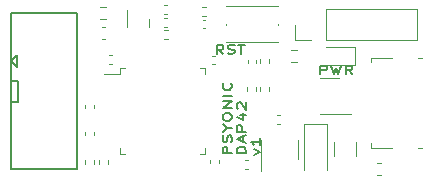
<source format=gbr>
%TF.GenerationSoftware,KiCad,Pcbnew,(6.0.5)*%
%TF.CreationDate,2022-05-16T17:27:05-05:00*%
%TF.ProjectId,dap42,64617034-322e-46b6-9963-61645f706362,rev?*%
%TF.SameCoordinates,Original*%
%TF.FileFunction,Legend,Top*%
%TF.FilePolarity,Positive*%
%FSLAX46Y46*%
G04 Gerber Fmt 4.6, Leading zero omitted, Abs format (unit mm)*
G04 Created by KiCad (PCBNEW (6.0.5)) date 2022-05-16 17:27:05*
%MOMM*%
%LPD*%
G01*
G04 APERTURE LIST*
%ADD10C,0.150000*%
%ADD11C,0.120000*%
%ADD12C,0.100000*%
G04 APERTURE END LIST*
D10*
X176386666Y-93599285D02*
X176386666Y-92849285D01*
X176767619Y-92849285D01*
X176862857Y-92885000D01*
X176910476Y-92920714D01*
X176958095Y-92992142D01*
X176958095Y-93099285D01*
X176910476Y-93170714D01*
X176862857Y-93206428D01*
X176767619Y-93242142D01*
X176386666Y-93242142D01*
X177291428Y-92849285D02*
X177529523Y-93599285D01*
X177720000Y-93063571D01*
X177910476Y-93599285D01*
X178148571Y-92849285D01*
X179100952Y-93599285D02*
X178767619Y-93242142D01*
X178529523Y-93599285D02*
X178529523Y-92849285D01*
X178910476Y-92849285D01*
X179005714Y-92885000D01*
X179053333Y-92920714D01*
X179100952Y-92992142D01*
X179100952Y-93099285D01*
X179053333Y-93170714D01*
X179005714Y-93206428D01*
X178910476Y-93242142D01*
X178529523Y-93242142D01*
X168871785Y-100294404D02*
X168121785Y-100294404D01*
X168121785Y-99913452D01*
X168157500Y-99818214D01*
X168193214Y-99770595D01*
X168264642Y-99722976D01*
X168371785Y-99722976D01*
X168443214Y-99770595D01*
X168478928Y-99818214D01*
X168514642Y-99913452D01*
X168514642Y-100294404D01*
X168836071Y-99342023D02*
X168871785Y-99199166D01*
X168871785Y-98961071D01*
X168836071Y-98865833D01*
X168800357Y-98818214D01*
X168728928Y-98770595D01*
X168657500Y-98770595D01*
X168586071Y-98818214D01*
X168550357Y-98865833D01*
X168514642Y-98961071D01*
X168478928Y-99151547D01*
X168443214Y-99246785D01*
X168407500Y-99294404D01*
X168336071Y-99342023D01*
X168264642Y-99342023D01*
X168193214Y-99294404D01*
X168157500Y-99246785D01*
X168121785Y-99151547D01*
X168121785Y-98913452D01*
X168157500Y-98770595D01*
X168514642Y-98151547D02*
X168871785Y-98151547D01*
X168121785Y-98484880D02*
X168514642Y-98151547D01*
X168121785Y-97818214D01*
X168121785Y-97294404D02*
X168121785Y-97103928D01*
X168157500Y-97008690D01*
X168228928Y-96913452D01*
X168371785Y-96865833D01*
X168621785Y-96865833D01*
X168764642Y-96913452D01*
X168836071Y-97008690D01*
X168871785Y-97103928D01*
X168871785Y-97294404D01*
X168836071Y-97389642D01*
X168764642Y-97484880D01*
X168621785Y-97532500D01*
X168371785Y-97532500D01*
X168228928Y-97484880D01*
X168157500Y-97389642D01*
X168121785Y-97294404D01*
X168871785Y-96437261D02*
X168121785Y-96437261D01*
X168871785Y-95865833D01*
X168121785Y-95865833D01*
X168871785Y-95389642D02*
X168121785Y-95389642D01*
X168800357Y-94342023D02*
X168836071Y-94389642D01*
X168871785Y-94532500D01*
X168871785Y-94627738D01*
X168836071Y-94770595D01*
X168764642Y-94865833D01*
X168693214Y-94913452D01*
X168550357Y-94961071D01*
X168443214Y-94961071D01*
X168300357Y-94913452D01*
X168228928Y-94865833D01*
X168157500Y-94770595D01*
X168121785Y-94627738D01*
X168121785Y-94532500D01*
X168157500Y-94389642D01*
X168193214Y-94342023D01*
X170079285Y-100294404D02*
X169329285Y-100294404D01*
X169329285Y-100056309D01*
X169365000Y-99913452D01*
X169436428Y-99818214D01*
X169507857Y-99770595D01*
X169650714Y-99722976D01*
X169757857Y-99722976D01*
X169900714Y-99770595D01*
X169972142Y-99818214D01*
X170043571Y-99913452D01*
X170079285Y-100056309D01*
X170079285Y-100294404D01*
X169865000Y-99342023D02*
X169865000Y-98865833D01*
X170079285Y-99437261D02*
X169329285Y-99103928D01*
X170079285Y-98770595D01*
X170079285Y-98437261D02*
X169329285Y-98437261D01*
X169329285Y-98056309D01*
X169365000Y-97961071D01*
X169400714Y-97913452D01*
X169472142Y-97865833D01*
X169579285Y-97865833D01*
X169650714Y-97913452D01*
X169686428Y-97961071D01*
X169722142Y-98056309D01*
X169722142Y-98437261D01*
X169579285Y-97008690D02*
X170079285Y-97008690D01*
X169293571Y-97246785D02*
X169829285Y-97484880D01*
X169829285Y-96865833D01*
X169400714Y-96532500D02*
X169365000Y-96484880D01*
X169329285Y-96389642D01*
X169329285Y-96151547D01*
X169365000Y-96056309D01*
X169400714Y-96008690D01*
X169472142Y-95961071D01*
X169543571Y-95961071D01*
X169650714Y-96008690D01*
X170079285Y-96580119D01*
X170079285Y-95961071D01*
X170786785Y-100389642D02*
X171286785Y-100151547D01*
X170786785Y-99913452D01*
X171286785Y-99008690D02*
X171286785Y-99580119D01*
X171286785Y-99294404D02*
X170536785Y-99294404D01*
X170643928Y-99389642D01*
X170715357Y-99484880D01*
X170751071Y-99580119D01*
X168162380Y-91859285D02*
X167829047Y-91502142D01*
X167590952Y-91859285D02*
X167590952Y-91109285D01*
X167971904Y-91109285D01*
X168067142Y-91145000D01*
X168114761Y-91180714D01*
X168162380Y-91252142D01*
X168162380Y-91359285D01*
X168114761Y-91430714D01*
X168067142Y-91466428D01*
X167971904Y-91502142D01*
X167590952Y-91502142D01*
X168543333Y-91823571D02*
X168686190Y-91859285D01*
X168924285Y-91859285D01*
X169019523Y-91823571D01*
X169067142Y-91787857D01*
X169114761Y-91716428D01*
X169114761Y-91645000D01*
X169067142Y-91573571D01*
X169019523Y-91537857D01*
X168924285Y-91502142D01*
X168733809Y-91466428D01*
X168638571Y-91430714D01*
X168590952Y-91395000D01*
X168543333Y-91323571D01*
X168543333Y-91252142D01*
X168590952Y-91180714D01*
X168638571Y-91145000D01*
X168733809Y-91109285D01*
X168971904Y-91109285D01*
X169114761Y-91145000D01*
X169400476Y-91109285D02*
X169971904Y-91109285D01*
X169686190Y-91859285D02*
X169686190Y-91109285D01*
D11*
%TO.C,J1*%
X180640000Y-92210000D02*
X180640000Y-92590000D01*
X184690000Y-92210000D02*
X184950000Y-92210000D01*
X180640000Y-92210000D02*
X182410000Y-92210000D01*
X180640000Y-99830000D02*
X180640000Y-99450000D01*
X184950000Y-99830000D02*
X184690000Y-99830000D01*
X182410000Y-99830000D02*
X180640000Y-99830000D01*
%TO.C,C2*%
X181213733Y-102120000D02*
X181506267Y-102120000D01*
X181213733Y-101100000D02*
X181506267Y-101100000D01*
%TO.C,U1*%
X177180000Y-96990000D02*
X178980000Y-96990000D01*
X177180000Y-96990000D02*
X176380000Y-96990000D01*
X177180000Y-93870000D02*
X176380000Y-93870000D01*
X177180000Y-93870000D02*
X177980000Y-93870000D01*
%TO.C,R2*%
X170297621Y-101630000D02*
X169962379Y-101630000D01*
X170297621Y-100870000D02*
X169962379Y-100870000D01*
%TO.C,R11*%
X157210000Y-101197621D02*
X157210000Y-100862379D01*
X156450000Y-101197621D02*
X156450000Y-100862379D01*
%TO.C,R1*%
X158254724Y-87907500D02*
X157745276Y-87907500D01*
X158254724Y-88952500D02*
X157745276Y-88952500D01*
%TO.C,C9*%
X158755835Y-92720000D02*
X158524165Y-92720000D01*
X158755835Y-92000000D02*
X158524165Y-92000000D01*
%TO.C,C6*%
X167040000Y-100874165D02*
X167040000Y-101105835D01*
X167760000Y-100874165D02*
X167760000Y-101105835D01*
%TO.C,SW1*%
X168380000Y-90900000D02*
X172780000Y-90900000D01*
X172780000Y-87800000D02*
X168380000Y-87800000D01*
X168380000Y-89400000D02*
X168380000Y-89300000D01*
X172780000Y-89400000D02*
X172780000Y-89300000D01*
%TO.C,R10*%
X158390000Y-101177621D02*
X158390000Y-100842379D01*
X157630000Y-101177621D02*
X157630000Y-100842379D01*
%TO.C,R12*%
X171290000Y-94987621D02*
X171290000Y-94652379D01*
X172050000Y-94987621D02*
X172050000Y-94652379D01*
%TO.C,D2*%
X179300000Y-92785000D02*
X179300000Y-91315000D01*
X179300000Y-91315000D02*
X176840000Y-91315000D01*
X176840000Y-92785000D02*
X179300000Y-92785000D01*
%TO.C,U2*%
X174510000Y-99990000D02*
X174510000Y-99190000D01*
X171390000Y-99990000D02*
X171390000Y-99190000D01*
X171390000Y-99990000D02*
X171390000Y-101790000D01*
X174510000Y-99990000D02*
X174510000Y-100790000D01*
%TO.C,R4*%
X166667621Y-87920000D02*
X166332379Y-87920000D01*
X166667621Y-88680000D02*
X166332379Y-88680000D01*
%TO.C,C1*%
X158146267Y-89560000D02*
X157853733Y-89560000D01*
X158146267Y-90580000D02*
X157853733Y-90580000D01*
%TO.C,J4*%
X175590000Y-90730000D02*
X174260000Y-90730000D01*
X176860000Y-90730000D02*
X176860000Y-88070000D01*
X176860000Y-90730000D02*
X184540000Y-90730000D01*
X176860000Y-88070000D02*
X184540000Y-88070000D01*
X174260000Y-90730000D02*
X174260000Y-89400000D01*
X184540000Y-90730000D02*
X184540000Y-88070000D01*
%TO.C,D1*%
X176970000Y-97840000D02*
X176970000Y-101690000D01*
X176970000Y-97840000D02*
X174970000Y-97840000D01*
X174970000Y-97840000D02*
X174970000Y-101690000D01*
%TO.C,C4*%
X166635835Y-88980000D02*
X166404165Y-88980000D01*
X166635835Y-89700000D02*
X166404165Y-89700000D01*
%TO.C,R9*%
X170960000Y-94652379D02*
X170960000Y-94987621D01*
X170200000Y-94652379D02*
X170200000Y-94987621D01*
%TO.C,C10*%
X156470000Y-98715835D02*
X156470000Y-98484165D01*
X157190000Y-98715835D02*
X157190000Y-98484165D01*
%TO.C,C3*%
X172744165Y-97050000D02*
X172975835Y-97050000D01*
X172744165Y-97770000D02*
X172975835Y-97770000D01*
%TO.C,R3*%
X173875276Y-91527500D02*
X174384724Y-91527500D01*
X173875276Y-92572500D02*
X174384724Y-92572500D01*
%TO.C,R5*%
X171310000Y-92332379D02*
X171310000Y-92667621D01*
X172070000Y-92332379D02*
X172070000Y-92667621D01*
%TO.C,R7*%
X163437621Y-88510000D02*
X163102379Y-88510000D01*
X163437621Y-87750000D02*
X163102379Y-87750000D01*
%TO.C,C5*%
X170940000Y-92615835D02*
X170940000Y-92384165D01*
X170220000Y-92615835D02*
X170220000Y-92384165D01*
%TO.C,C7*%
X157180000Y-96405835D02*
X157180000Y-96174165D01*
X156460000Y-96405835D02*
X156460000Y-96174165D01*
D10*
%TO.C,J2*%
X155794000Y-101604000D02*
X155794000Y-88396000D01*
X150250000Y-94175000D02*
X150775000Y-94175000D01*
X150206000Y-92460000D02*
X150714000Y-91952000D01*
X150206000Y-101604000D02*
X155794000Y-101604000D01*
X150206000Y-88396000D02*
X150206000Y-101604000D01*
X150775000Y-95950000D02*
X150250000Y-95950000D01*
X150714000Y-91952000D02*
X150714000Y-92968000D01*
X155794000Y-88396000D02*
X150206000Y-88396000D01*
X150714000Y-92968000D02*
X150206000Y-92460000D01*
X150775000Y-94175000D02*
X150775000Y-95950000D01*
D12*
%TO.C,D3*%
X159990000Y-88930000D02*
X160040000Y-88930000D01*
X159990000Y-88130000D02*
X159990000Y-88930000D01*
X161840000Y-88930000D02*
X161840000Y-89630000D01*
X160040000Y-89630000D02*
X160040000Y-88930000D01*
D11*
%TO.C,U3*%
X159840000Y-100310000D02*
X159390000Y-100310000D01*
X166610000Y-100310000D02*
X166610000Y-99860000D01*
X159840000Y-93090000D02*
X159390000Y-93090000D01*
X166610000Y-93090000D02*
X166610000Y-93540000D01*
X159390000Y-100310000D02*
X159390000Y-99860000D01*
X166160000Y-93090000D02*
X166610000Y-93090000D01*
X159390000Y-93540000D02*
X158100000Y-93540000D01*
X159390000Y-93090000D02*
X159390000Y-93540000D01*
X166160000Y-100310000D02*
X166610000Y-100310000D01*
%TO.C,R8*%
X163457621Y-90630000D02*
X163122379Y-90630000D01*
X163457621Y-89870000D02*
X163122379Y-89870000D01*
%TO.C,R6*%
X163437621Y-89560000D02*
X163102379Y-89560000D01*
X163437621Y-88800000D02*
X163102379Y-88800000D01*
%TO.C,F1*%
X177540000Y-99297936D02*
X177540000Y-100502064D01*
X179360000Y-99297936D02*
X179360000Y-100502064D01*
%TO.C,C8*%
X167445835Y-92040000D02*
X167214165Y-92040000D01*
X167445835Y-92760000D02*
X167214165Y-92760000D01*
%TD*%
M02*

</source>
